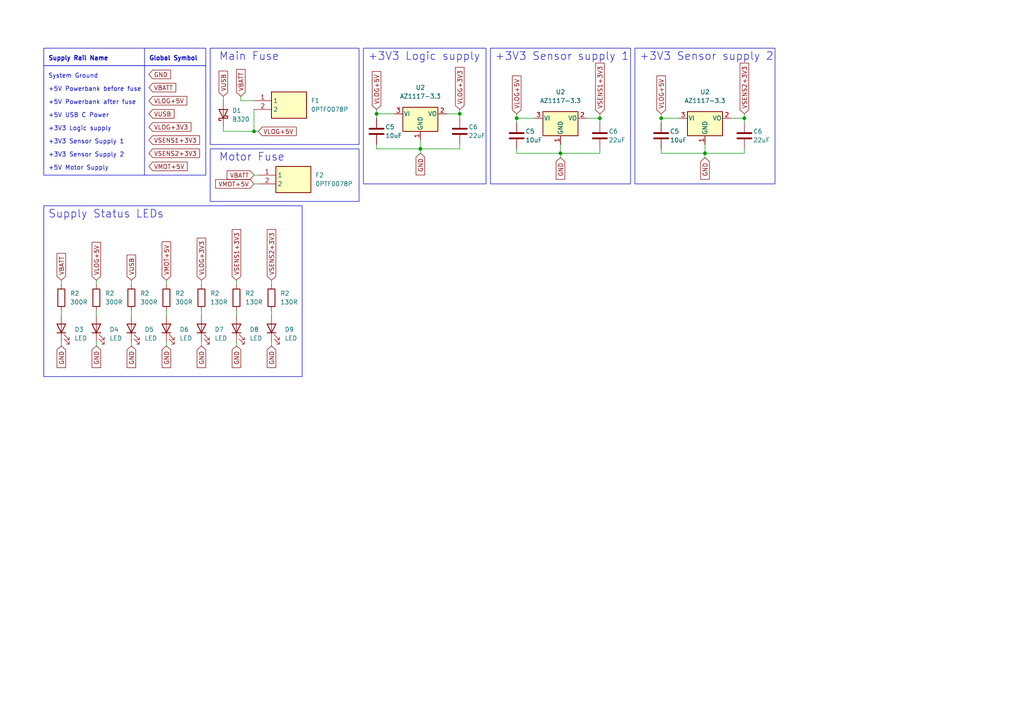
<source format=kicad_sch>
(kicad_sch (version 20230121) (generator eeschema)
  (paper "A4")
  (lib_symbols
    (symbol "0PTF0078P:0PTF0078P"
      (property "Reference" "U" (at 16.51 7.62 0))
      (property "Value" "0PTF0078P" (at 16.51 5.08 0))
      (symbol "0PTF0078P_1_1"
        (rectangle (start 5.08 2.54) (end 15.24 -5.08) (stroke (width 0.254)) (fill (type background)))
        (pin passive line (at 0 0 0) (length 5.08) (name "1") (number "1"))
        (pin passive line (at 0 -2.54 0) (length 5.08) (name "2") (number "2"))
      )
    )
    (symbol "Device:C" (pin_numbers hide) (pin_names (offset 0.254))
      (property "Reference" "C" (at 0.635 2.54 0))
      (property "Value" "C" (at 0.635 -2.54 0))
      (symbol "C_0_1"
        (polyline (pts (xy -2.032 -0.762) (xy 2.032 -0.762)) (stroke (width 0.508)))
        (polyline (pts (xy -2.032 0.762) (xy 2.032 0.762)) (stroke (width 0.508)))
      )
      (symbol "C_1_1"
        (pin passive line (at 0 3.81 270) (length 2.794) (name "~") (number "1"))
        (pin passive line (at 0 -3.81 90) (length 2.794) (name "~") (number "2"))
      )
    )
    (symbol "Device:LED" (pin_numbers hide) (pin_names (offset 1.016) hide)
      (property "Reference" "D" (at 0 2.54 0))
      (property "Value" "LED" (at 0 -2.54 0))
      (symbol "LED_0_1"
        (polyline (pts (xy -1.27 -1.27) (xy -1.27 1.27)) (stroke (width 0.254)))
        (polyline (pts (xy -1.27 0) (xy 1.27 0)))
        (polyline (pts (xy 1.27 -1.27) (xy 1.27 1.27) (xy -1.27 0) (xy 1.27 -1.27)) (stroke (width 0.254)))
        (polyline (pts (xy -3.048 -0.762) (xy -4.572 -2.286) (xy -3.81 -2.286) (xy -4.572 -2.286) (xy -4.572 -1.524)))
        (polyline (pts (xy -1.778 -0.762) (xy -3.302 -2.286) (xy -2.54 -2.286) (xy -3.302 -2.286) (xy -3.302 -1.524)))
      )
      (symbol "LED_1_1"
        (pin passive line (at -3.81 0 0) (length 2.54) (name "K") (number "1"))
        (pin passive line (at 3.81 0 180) (length 2.54) (name "A") (number "2"))
      )
    )
    (symbol "Device:R" (pin_numbers hide) (pin_names (offset 0))
      (property "Reference" "R" (at 2.032 0 90))
      (property "Value" "R" (at 0 0 90))
      (symbol "R_0_1"
        (rectangle (start -1.016 -2.54) (end 1.016 2.54) (stroke (width 0.254)))
      )
      (symbol "R_1_1"
        (pin passive line (at 0 3.81 270) (length 1.27) (name "~") (number "1"))
        (pin passive line (at 0 -3.81 90) (length 1.27) (name "~") (number "2"))
      )
    )
    (symbol "Diode:B320" (pin_numbers hide) (pin_names (offset 1.016) hide)
      (property "Reference" "D" (at 0 2.54 0))
      (property "Value" "B320" (at 0 -2.54 0))
      (symbol "B320_0_1"
        (polyline (pts (xy 1.27 0) (xy -1.27 0)))
        (polyline (pts (xy 1.27 1.27) (xy 1.27 -1.27) (xy -1.27 0) (xy 1.27 1.27)) (stroke (width 0.254)))
        (polyline (pts (xy -1.905 0.635) (xy -1.905 1.27) (xy -1.27 1.27) (xy -1.27 -1.27) (xy -0.635 -1.27) (xy -0.635 -0.635)) (stroke (width 0.254)))
      )
      (symbol "B320_1_1"
        (pin passive line (at -3.81 0 0) (length 2.54) (name "K") (number "1"))
        (pin passive line (at 3.81 0 180) (length 2.54) (name "A") (number "2"))
      )
    )
    (symbol "Regulator_Linear:AZ1117-3.3" (pin_names (offset 0.254))
      (property "Reference" "U" (at -3.81 3.175 0))
      (property "Value" "AZ1117-3.3" (at 0 3.175 0))
      (symbol "AZ1117-3.3_0_1"
        (rectangle (start -5.08 1.905) (end 5.08 -5.08) (stroke (width 0.254)) (fill (type background)))
      )
      (symbol "AZ1117-3.3_1_1"
        (pin power_in line (at 0 -7.62 90) (length 2.54) (name "GND") (number "1"))
        (pin power_out line (at 7.62 0 180) (length 2.54) (name "VO") (number "2"))
        (pin power_in line (at -7.62 0 0) (length 2.54) (name "VI") (number "3"))
      )
    )
  )
  (junction (at 109.22 33.02))
  (junction (at 204.47 44.45))
  (junction (at 149.86 34.29))
  (junction (at 173.99 34.29))
  (junction (at 73.66 38.1))
  (junction (at 162.56 44.45))
  (junction (at 121.92 43.18))
  (junction (at 133.35 33.02))
  (junction (at 215.9 34.29))
  (junction (at 191.77 34.29))
  (wire (pts (xy 78.74 90.17) (xy 78.74 91.44)))
  (wire (pts (xy 48.26 99.06) (xy 48.26 100.33)))
  (wire (pts (xy 73.66 50.8) (xy 74.93 50.8)))
  (wire (pts (xy 17.78 81.28) (xy 17.78 82.55)))
  (wire (pts (xy 78.74 81.28) (xy 78.74 82.55)))
  (wire (pts (xy 121.92 40.64) (xy 121.92 43.18)))
  (wire (pts (xy 162.56 44.45) (xy 162.56 45.72)))
  (wire (pts (xy 173.99 44.45) (xy 162.56 44.45)))
  (wire (pts (xy 73.66 53.34) (xy 74.93 53.34)))
  (wire (pts (xy 133.35 43.18) (xy 121.92 43.18)))
  (wire (pts (xy 170.18 34.29) (xy 173.99 34.29)))
  (wire (pts (xy 64.77 38.1) (xy 73.66 38.1)))
  (wire (pts (xy 212.09 34.29) (xy 215.9 34.29)))
  (wire (pts (xy 27.94 99.06) (xy 27.94 100.33)))
  (wire (pts (xy 17.78 99.06) (xy 17.78 100.33)))
  (wire (pts (xy 64.77 36.83) (xy 64.77 38.1)))
  (wire (pts (xy 58.42 90.17) (xy 58.42 91.44)))
  (wire (pts (xy 215.9 34.29) (xy 215.9 33.02)))
  (wire (pts (xy 191.77 33.02) (xy 191.77 34.29)))
  (wire (pts (xy 69.85 29.21) (xy 73.66 29.21)))
  (wire (pts (xy 133.35 41.91) (xy 133.35 43.18)))
  (wire (pts (xy 191.77 34.29) (xy 196.85 34.29)))
  (wire (pts (xy 64.77 27.94) (xy 64.77 29.21)))
  (wire (pts (xy 58.42 81.28) (xy 58.42 82.55)))
  (wire (pts (xy 27.94 81.28) (xy 27.94 82.55)))
  (wire (pts (xy 73.66 38.1) (xy 74.93 38.1)))
  (wire (pts (xy 68.58 90.17) (xy 68.58 91.44)))
  (wire (pts (xy 133.35 33.02) (xy 133.35 34.29)))
  (wire (pts (xy 162.56 41.91) (xy 162.56 44.45)))
  (wire (pts (xy 48.26 90.17) (xy 48.26 91.44)))
  (wire (pts (xy 109.22 33.02) (xy 114.3 33.02)))
  (wire (pts (xy 73.66 38.1) (xy 73.66 31.75)))
  (wire (pts (xy 109.22 31.75) (xy 109.22 33.02)))
  (wire (pts (xy 58.42 99.06) (xy 58.42 100.33)))
  (wire (pts (xy 173.99 34.29) (xy 173.99 33.02)))
  (wire (pts (xy 173.99 43.18) (xy 173.99 44.45)))
  (wire (pts (xy 191.77 43.18) (xy 191.77 44.45)))
  (wire (pts (xy 48.26 81.28) (xy 48.26 82.55)))
  (wire (pts (xy 204.47 44.45) (xy 204.47 45.72)))
  (wire (pts (xy 149.86 44.45) (xy 162.56 44.45)))
  (wire (pts (xy 78.74 99.06) (xy 78.74 100.33)))
  (wire (pts (xy 68.58 81.28) (xy 68.58 82.55)))
  (wire (pts (xy 204.47 41.91) (xy 204.47 44.45)))
  (wire (pts (xy 69.85 27.94) (xy 69.85 29.21)))
  (wire (pts (xy 191.77 44.45) (xy 204.47 44.45)))
  (wire (pts (xy 109.22 33.02) (xy 109.22 34.29)))
  (wire (pts (xy 27.94 90.17) (xy 27.94 91.44)))
  (wire (pts (xy 173.99 34.29) (xy 173.99 35.56)))
  (wire (pts (xy 38.1 99.06) (xy 38.1 100.33)))
  (wire (pts (xy 149.86 33.02) (xy 149.86 34.29)))
  (wire (pts (xy 133.35 33.02) (xy 133.35 31.75)))
  (wire (pts (xy 149.86 34.29) (xy 149.86 35.56)))
  (wire (pts (xy 129.54 33.02) (xy 133.35 33.02)))
  (wire (pts (xy 191.77 34.29) (xy 191.77 35.56)))
  (wire (pts (xy 68.58 99.06) (xy 68.58 100.33)))
  (wire (pts (xy 38.1 90.17) (xy 38.1 91.44)))
  (wire (pts (xy 215.9 44.45) (xy 204.47 44.45)))
  (wire (pts (xy 109.22 41.91) (xy 109.22 43.18)))
  (wire (pts (xy 149.86 43.18) (xy 149.86 44.45)))
  (wire (pts (xy 121.92 43.18) (xy 121.92 44.45)))
  (wire (pts (xy 149.86 34.29) (xy 154.94 34.29)))
  (wire (pts (xy 215.9 34.29) (xy 215.9 35.56)))
  (wire (pts (xy 17.78 90.17) (xy 17.78 91.44)))
  (wire (pts (xy 215.9 43.18) (xy 215.9 44.45)))
  (wire (pts (xy 38.1 81.28) (xy 38.1 82.55)))
  (wire (pts (xy 109.22 43.18) (xy 121.92 43.18)))
  (rectangle (start 142.24 13.97) (end 182.88 53.34))
  (rectangle (start 12.7 13.97) (end 59.69 19.05))
  (rectangle (start 12.7 19.05) (end 59.69 50.8))
  (rectangle (start 41.91 13.97) (end 41.91 50.8))
  (rectangle (start 12.7 59.69) (end 87.63 109.22))
  (rectangle (start 60.96 13.97) (end 104.14 41.91))
  (rectangle (start 60.96 43.18) (end 104.14 58.42))
  (rectangle (start 105.41 13.97) (end 140.97 53.34))
  (rectangle (start 184.15 13.97) (end 224.79 53.34))
  (text "+5V Powerbank before fuse" (at 13.97 26.67 0) (effects (font (size 1.27 1.27)) (justify left bottom)))
  (text "Supply Rail Name" (at 13.97 17.78 0) (effects (font (size 1.27 1.27) (thickness 0.254) bold) (justify left bottom)))
  (text "+3V3 Logic supply" (at 13.97 38.1 0) (effects (font (size 1.27 1.27)) (justify left bottom)))
  (text "Main Fuse" (at 63.5 17.78 0) (effects (font (size 2.27 2.27)) (justify left bottom)))
  (text "Supply Status LEDs" (at 13.97 63.5 0) (effects (font (size 2.27 2.27)) (justify left bottom)))
  (text "+3V3 Logic supply" (at 106.68 17.78 0) (effects (font (size 2.27 2.27)) (justify left bottom)))
  (text "+5V Powerbank after fuse" (at 13.97 30.48 0) (effects (font (size 1.27 1.27)) (justify left bottom)))
  (text "+3V3 Sensor Supply 1" (at 13.97 41.91 0) (effects (font (size 1.27 1.27)) (justify left bottom)))
  (text "+5V Motor Supply" (at 13.97 49.53 0) (effects (font (size 1.27 1.27)) (justify left bottom)))
  (text "+3V3 Sensor supply 2" (at 185.42 17.78 0) (effects (font (size 2.27 2.27)) (justify left bottom)))
  (text "Motor Fuse" (at 63.5 46.99 0) (effects (font (size 2.27 2.27)) (justify left bottom)))
  (text "System Ground" (at 13.97 22.86 0) (effects (font (size 1.27 1.27)) (justify left bottom)))
  (text "Global Symbol" (at 43.18 17.78 0) (effects (font (size 1.27 1.27) (thickness 0.254) bold) (justify left bottom)))
  (text "+3V3 Sensor supply 1" (at 143.51 17.78 0) (effects (font (size 2.27 2.27)) (justify left bottom)))
  (text "+5V USB C Power" (at 13.97 34.29 0) (effects (font (size 1.27 1.27)) (justify left bottom)))
  (text "+3V3 Sensor Supply 2" (at 13.97 45.72 0) (effects (font (size 1.27 1.27)) (justify left bottom)))
  (global_label "VSENS2+3V3" (shape input) (at 215.9 33.02 90) (property "Intersheetrefs" "${INTERSHEET_REFS}" (effects hide)))
  (global_label "VSENS2+3V3" (shape input) (at 43.18 44.45 0) (property "Intersheetrefs" "${INTERSHEET_REFS}" (effects hide)))
  (global_label "GND" (shape input) (at 162.56 45.72 270) (property "Intersheetrefs" "${INTERSHEET_REFS}" (effects hide)))
  (global_label "VLOG+5V" (shape input) (at 109.22 31.75 90) (property "Intersheetrefs" "${INTERSHEET_REFS}" (effects hide)))
  (global_label "VLOG+5V" (shape input) (at 27.94 81.28 90) (property "Intersheetrefs" "${INTERSHEET_REFS}" (effects hide)))
  (global_label "GND" (shape input) (at 43.18 21.59 0) (property "Intersheetrefs" "${INTERSHEET_REFS}" (effects hide)))
  (global_label "GND" (shape input) (at 27.94 100.33 270) (property "Intersheetrefs" "${INTERSHEET_REFS}" (effects hide)))
  (global_label "VMOT+5V" (shape input) (at 73.66 53.34 180) (property "Intersheetrefs" "${INTERSHEET_REFS}" (effects hide)))
  (global_label "GND" (shape input) (at 78.74 100.33 270) (property "Intersheetrefs" "${INTERSHEET_REFS}" (effects hide)))
  (global_label "VSENS1+3V3" (shape input) (at 68.58 81.28 90) (property "Intersheetrefs" "${INTERSHEET_REFS}" (effects hide)))
  (global_label "GND" (shape input) (at 58.42 100.33 270) (property "Intersheetrefs" "${INTERSHEET_REFS}" (effects hide)))
  (global_label "VLOG+5V" (shape input) (at 74.93 38.1 0) (property "Intersheetrefs" "${INTERSHEET_REFS}" (effects hide)))
  (global_label "VBATT" (shape input) (at 73.66 50.8 180) (property "Intersheetrefs" "${INTERSHEET_REFS}" (effects hide)))
  (global_label "VBATT" (shape input) (at 17.78 81.28 90) (property "Intersheetrefs" "${INTERSHEET_REFS}" (effects hide)))
  (global_label "VLOG+3V3" (shape input) (at 43.18 36.83 0) (property "Intersheetrefs" "${INTERSHEET_REFS}" (effects hide)))
  (global_label "VLOG+5V" (shape input) (at 149.86 33.02 90) (property "Intersheetrefs" "${INTERSHEET_REFS}" (effects hide)))
  (global_label "VUSB" (shape input) (at 43.18 33.02 0) (property "Intersheetrefs" "${INTERSHEET_REFS}" (effects hide)))
  (global_label "VLOG+5V" (shape input) (at 191.77 33.02 90) (property "Intersheetrefs" "${INTERSHEET_REFS}" (effects hide)))
  (global_label "VMOT+5V" (shape input) (at 48.26 81.28 90) (property "Intersheetrefs" "${INTERSHEET_REFS}" (effects hide)))
  (global_label "VMOT+5V" (shape input) (at 43.18 48.26 0) (property "Intersheetrefs" "${INTERSHEET_REFS}" (effects hide)))
  (global_label "GND" (shape input) (at 48.26 100.33 270) (property "Intersheetrefs" "${INTERSHEET_REFS}" (effects hide)))
  (global_label "VSENS1+3V3" (shape input) (at 173.99 33.02 90) (property "Intersheetrefs" "${INTERSHEET_REFS}" (effects hide)))
  (global_label "GND" (shape input) (at 121.92 44.45 270) (property "Intersheetrefs" "${INTERSHEET_REFS}" (effects hide)))
  (global_label "VBATT" (shape input) (at 69.85 27.94 90) (property "Intersheetrefs" "${INTERSHEET_REFS}" (effects hide)))
  (global_label "GND" (shape input) (at 17.78 100.33 270) (property "Intersheetrefs" "${INTERSHEET_REFS}" (effects hide)))
  (global_label "GND" (shape input) (at 38.1 100.33 270) (property "Intersheetrefs" "${INTERSHEET_REFS}" (effects hide)))
  (global_label "GND" (shape input) (at 68.58 100.33 270) (property "Intersheetrefs" "${INTERSHEET_REFS}" (effects hide)))
  (global_label "VSENS2+3V3" (shape input) (at 78.74 81.28 90) (property "Intersheetrefs" "${INTERSHEET_REFS}" (effects hide)))
  (global_label "VSENS1+3V3" (shape input) (at 43.18 40.64 0) (property "Intersheetrefs" "${INTERSHEET_REFS}" (effects hide)))
  (global_label "VLOG+3V3" (shape input) (at 133.35 31.75 90) (property "Intersheetrefs" "${INTERSHEET_REFS}" (effects hide)))
  (global_label "VUSB" (shape input) (at 64.77 27.94 90) (property "Intersheetrefs" "${INTERSHEET_REFS}" (effects hide)))
  (global_label "VUSB" (shape input) (at 38.1 81.28 90) (property "Intersheetrefs" "${INTERSHEET_REFS}" (effects hide)))
  (global_label "VLOG+5V" (shape input) (at 43.18 29.21 0) (property "Intersheetrefs" "${INTERSHEET_REFS}" (effects hide)))
  (global_label "VBATT" (shape input) (at 43.18 25.4 0) (property "Intersheetrefs" "${INTERSHEET_REFS}" (effects hide)))
  (global_label "VLOG+3V3" (shape input) (at 58.42 81.28 90) (property "Intersheetrefs" "${INTERSHEET_REFS}" (effects hide)))
  (global_label "GND" (shape input) (at 204.47 45.72 270) (property "Intersheetrefs" "${INTERSHEET_REFS}" (effects hide)))
  (symbol (lib_id "Device:R") (at 58.42 86.36 0) (unit 1)
    (property "Reference" "R2" (at 60.96 85.09 0) (effects (justify left)))
    (property "Value" "130R" (at 60.96 87.63 0) (effects (justify left)))
    (property "Footprint" "Resistor_SMD:R_0603_1608Metric" (effects hide))
    (property "Manufacturer_Name" "Vishay / Dale" (effects hide))
    (property "Manufacturer_Part_Number" "CRCW0603130RFKEA" (effects hide))
    (property "Mouser Part Number" "71-CRCW0603-130-E3" (effects hide))
    (property "Mouser Price/Stock" "https://www.mouser.de/ProductDetail/71-CRCW0603-130-E3" (effects hide))
    (property "Placed" "True" (effects hide))
    (instances (project "ModuleController" (path "" (reference "R2") (unit 1))) (project "Edurob" (path "" (reference "R30") (unit 1))))
  )
  (symbol (lib_id "Device:LED") (at 38.1 95.25 90) (unit 1)
    (property "Reference" "D5" (at 41.91 95.5675 90) (effects (justify right)))
    (property "Value" "LED" (at 41.91 98.1075 90) (effects (justify right)))
    (property "Footprint" "LED_SMD:LED_0603_1608Metric" (effects hide))
    (property "Color" "Orange" (effects hide))
    (property "V_f" "2V" (effects hide))
    (property "Manufacturer_Name" "ams OSRAM" (effects hide))
    (property "Manufacturer_Part_Number" "LO Q976.01-P2R2-25-1" (effects hide))
    (property "Mouser Part Number" "720-LOQ976.01P2R2251" (effects hide))
    (property "Mouser Price/Stock" "https://www.mouser.de/ProductDetail/720-LOQ976.01P2R2251" (effects hide))
    (property "Placed" "True" (effects hide))
  )
  (symbol (lib_id "Device:LED") (at 68.58 95.25 90) (unit 1)
    (property "Reference" "D8" (at 72.39 95.5675 90) (effects (justify right)))
    (property "Value" "LED" (at 72.39 98.1075 90) (effects (justify right)))
    (property "Footprint" "LED_SMD:LED_0603_1608Metric" (effects hide))
    (property "Color" "Orange" (effects hide))
    (property "V_f" "2V" (effects hide))
    (property "Manufacturer_Name" "ams OSRAM" (effects hide))
    (property "Manufacturer_Part_Number" "LO Q976.01-P2R2-25-1" (effects hide))
    (property "Mouser Part Number" "720-LOQ976.01P2R2251" (effects hide))
    (property "Mouser Price/Stock" "https://www.mouser.de/ProductDetail/720-LOQ976.01P2R2251" (effects hide))
    (property "Placed" "True" (effects hide))
  )
  (symbol (lib_id "Regulator_Linear:AZ1117-3.3") (at 162.56 34.29 0) (unit 1)
    (property "Reference" "U2" (at 162.56 26.67 0))
    (property "Value" "AZ1117-3.3" (at 162.56 29.21 0))
    (property "Footprint" "Package_TO_SOT_SMD:SOT-223-3_TabPin2" (effects hide))
    (property "Datasheet" "https://www.diodes.com/assets/Datasheets/AZ1117.pdf" (effects hide))
    (property "Manufacturer_Name" "Diodes Incorporated" (effects hide))
    (property "Manufacturer_Part_Number" "AZ1117CH-3.3TRG1" (effects hide))
    (property "Mouser Part Number" "621-AZ1117CH-3.3TRG1" (effects hide))
    (property "Mouser Price/Stock" "https://www.mouser.de/ProductDetail/621-AZ1117CH-3.3TRG1" (effects hide))
    (property "Placed" "True" (effects hide))
  )
  (symbol (lib_id "Regulator_Linear:AZ1117-3.3") (at 204.47 34.29 0) (unit 1)
    (property "Reference" "U2" (at 204.47 26.67 0))
    (property "Value" "AZ1117-3.3" (at 204.47 29.21 0))
    (property "Footprint" "Package_TO_SOT_SMD:SOT-223-3_TabPin2" (effects hide))
    (property "Datasheet" "https://www.diodes.com/assets/Datasheets/AZ1117.pdf" (effects hide))
    (property "Manufacturer_Name" "Diodes Incorporated" (effects hide))
    (property "Manufacturer_Part_Number" "AZ1117CH-3.3TRG1" (effects hide))
    (property "Mouser Part Number" "621-AZ1117CH-3.3TRG1" (effects hide))
    (property "Mouser Price/Stock" "https://www.mouser.de/ProductDetail/621-AZ1117CH-3.3TRG1" (effects hide))
    (property "Placed" "True" (effects hide))
    (instances (project "ModuleController" (path "" (reference "U2") (unit 1))) (project "Edurob" (path "" (reference "U3") (unit 1))))
  )
  (symbol (lib_id "0PTF0078P:0PTF0078P") (at 74.93 50.8 0) (unit 1)
    (property "Reference" "F2" (at 91.44 50.8 0) (effects (justify left)))
    (property "Value" "0PTF0078P" (at 91.44 53.34 0) (effects (justify left)))
    (property "Footprint" "Footprints:0PTF0078P" (effects hide))
    (property "Datasheet" "https://media.digikey.com/pdf/Data%20Sheets/Littelfuse%20PDFs/PTF075_77_78.pdf" (effects hide))
    (property "Manufacturer_Name" "LITTELFUSE" (effects hide))
    (property "Manufacturer_Part_Number" "0PTF0078P" (effects hide))
    (property "Mouser Part Number" "576-0PTF0078P" (effects hide))
    (property "Mouser Price/Stock" "https://www.mouser.de/ProductDetail/576-0PTF0078P" (effects hide))
    (property "Placed" "False" (effects hide))
  )
  (symbol (lib_id "Device:LED") (at 58.42 95.25 90) (unit 1)
    (property "Reference" "D7" (at 62.23 95.5675 90) (effects (justify right)))
    (property "Value" "LED" (at 62.23 98.1075 90) (effects (justify right)))
    (property "Footprint" "LED_SMD:LED_0603_1608Metric" (effects hide))
    (property "Color" "Orange" (effects hide))
    (property "V_f" "2V" (effects hide))
    (property "Manufacturer_Name" "ams OSRAM" (effects hide))
    (property "Manufacturer_Part_Number" "LO Q976.01-P2R2-25-1" (effects hide))
    (property "Mouser Part Number" "720-LOQ976.01P2R2251" (effects hide))
    (property "Mouser Price/Stock" "https://www.mouser.de/ProductDetail/720-LOQ976.01P2R2251" (effects hide))
    (property "Placed" "True" (effects hide))
  )
  (symbol (lib_id "Device:C") (at 109.22 38.1 0) (unit 1)
    (property "Reference" "C5" (at 111.76 36.83 0) (effects (justify left)))
    (property "Value" "10uF" (at 111.76 39.37 0) (effects (justify left)))
    (property "Footprint" "Capacitor_SMD:C_0603_1608Metric" (effects hide))
    (property "Manufacturer_Name" "Murata Electronics" (effects hide))
    (property "Manufacturer_Part_Number" "GRM188R61E106KA73D" (effects hide))
    (property "Mouser Part Number" "81-GRM188R61E106KA3D" (effects hide))
    (property "Mouser Price/Stock" "https://www.mouser.de/ProductDetail/81-GRM188R61E106KA3D" (effects hide))
    (property "Placed" "True" (effects hide))
    (instances (project "ModuleController" (path "" (reference "C5") (unit 1))) (project "Edurob" (path "" (reference "C3") (unit 1))))
  )
  (symbol (lib_id "Device:C") (at 149.86 39.37 0) (unit 1)
    (property "Reference" "C5" (at 152.4 38.1 0) (effects (justify left)))
    (property "Value" "10uF" (at 152.4 40.64 0) (effects (justify left)))
    (property "Footprint" "Capacitor_SMD:C_0603_1608Metric" (effects hide))
    (property "Manufacturer_Name" "Murata Electronics" (effects hide))
    (property "Manufacturer_Part_Number" "GRM188R61E106KA73D" (effects hide))
    (property "Mouser Part Number" "81-GRM188R61E106KA3D" (effects hide))
    (property "Mouser Price/Stock" "https://www.mouser.de/ProductDetail/81-GRM188R61E106KA3D" (effects hide))
    (property "Placed" "True" (effects hide))
    (instances (project "ModuleController" (path "" (reference "C5") (unit 1))) (project "Edurob" (path "" (reference "C1") (unit 1))))
  )
  (symbol (lib_id "Device:LED") (at 27.94 95.25 90) (unit 1)
    (property "Reference" "D4" (at 31.75 95.5675 90) (effects (justify right)))
    (property "Value" "LED" (at 31.75 98.1075 90) (effects (justify right)))
    (property "Footprint" "LED_SMD:LED_0603_1608Metric" (effects hide))
    (property "Color" "Orange" (effects hide))
    (property "V_f" "2V" (effects hide))
    (property "Manufacturer_Name" "ams OSRAM" (effects hide))
    (property "Manufacturer_Part_Number" "LO Q976.01-P2R2-25-1" (effects hide))
    (property "Mouser Part Number" "720-LOQ976.01P2R2251" (effects hide))
    (property "Mouser Price/Stock" "https://www.mouser.de/ProductDetail/720-LOQ976.01P2R2251" (effects hide))
    (property "Placed" "True" (effects hide))
  )
  (symbol (lib_id "Device:C") (at 215.9 39.37 0) (unit 1)
    (property "Reference" "C6" (at 218.44 38.1 0) (effects (justify left)))
    (property "Value" "22uF" (at 218.44 40.64 0) (effects (justify left)))
    (property "Footprint" "Capacitor_SMD:C_0603_1608Metric" (effects hide))
    (property "Manufacturer_Part_Number" "ZRB18AR61A226ME01L" (effects hide))
    (property "Mouser Part Number" "81-ZRB18AR61A226ME1L" (effects hide))
    (property "Mouser Price/Stock" "https://www.mouser.de/ProductDetail/Murata-Electronics/ZRB18AR61A226ME01L?qs=5aG0NVq1C4zcCU98as8CPQ%3D%3D" (effects hide))
    (property "Manufacturer_Name" "Murata Electronics" (effects hide))
    (property "Placed" "True" (effects hide))
    (instances (project "ModuleController" (path "" (reference "C6") (unit 1))) (project "Edurob" (path "" (reference "C7") (unit 1))))
  )
  (symbol (lib_id "Device:R") (at 48.26 86.36 0) (unit 1)
    (property "Reference" "R2" (at 50.8 85.09 0) (effects (justify left)))
    (property "Value" "300R" (at 50.8 87.63 0) (effects (justify left)))
    (property "Footprint" "Resistor_SMD:R_0603_1608Metric" (effects hide))
    (property "Manufacturer_Name" "Vishay / Dale" (effects hide))
    (property "Manufacturer_Part_Number" "CRCW0603300RFKEA" (effects hide))
    (property "Mouser Part Number" "71-CRCW0603-300-E3" (effects hide))
    (property "Mouser Price/Stock" "https://www.mouser.de/ProductDetail/71-CRCW0603-300-E3" (effects hide))
    (property "Placed" "True" (effects hide))
    (instances (project "ModuleController" (path "" (reference "R2") (unit 1))) (project "Edurob" (path "" (reference "R29") (unit 1))))
  )
  (symbol (lib_id "Device:C") (at 173.99 39.37 0) (unit 1)
    (property "Reference" "C6" (at 176.53 38.1 0) (effects (justify left)))
    (property "Value" "22uF" (at 176.53 40.64 0) (effects (justify left)))
    (property "Footprint" "Capacitor_SMD:C_0603_1608Metric" (effects hide))
    (property "Manufacturer_Part_Number" "ZRB18AR61A226ME01L" (effects hide))
    (property "Mouser Part Number" "81-ZRB18AR61A226ME1L" (effects hide))
    (property "Mouser Price/Stock" "https://www.mouser.de/ProductDetail/Murata-Electronics/ZRB18AR61A226ME01L?qs=5aG0NVq1C4zcCU98as8CPQ%3D%3D" (effects hide))
    (property "Manufacturer_Name" "Murata Electronics" (effects hide))
    (property "Placed" "True" (effects hide))
    (instances (project "ModuleController" (path "" (reference "C6") (unit 1))) (project "Edurob" (path "" (reference "C5") (unit 1))))
  )
  (symbol (lib_id "Device:R") (at 68.58 86.36 0) (unit 1)
    (property "Reference" "R2" (at 71.12 85.09 0) (effects (justify left)))
    (property "Value" "130R" (at 71.12 87.63 0) (effects (justify left)))
    (property "Footprint" "Resistor_SMD:R_0603_1608Metric" (effects hide))
    (property "Manufacturer_Name" "Vishay / Dale" (effects hide))
    (property "Manufacturer_Part_Number" "CRCW0603130RFKEA" (effects hide))
    (property "Mouser Part Number" "71-CRCW0603-130-E3" (effects hide))
    (property "Mouser Price/Stock" "https://www.mouser.de/ProductDetail/71-CRCW0603-130-E3" (effects hide))
    (property "Placed" "True" (effects hide))
    (instances (project "ModuleController" (path "" (reference "R2") (unit 1))) (project "Edurob" (path "" (reference "R31") (unit 1))))
  )
  (symbol (lib_id "Device:R") (at 17.78 86.36 0) (unit 1)
    (property "Reference" "R2" (at 20.32 85.09 0) (effects (justify left)))
    (property "Value" "300R" (at 20.32 87.63 0) (effects (justify left)))
    (property "Footprint" "Resistor_SMD:R_0603_1608Metric" (effects hide))
    (property "Manufacturer_Name" "Vishay / Dale" (effects hide))
    (property "Manufacturer_Part_Number" "CRCW0603300RFKEA" (effects hide))
    (property "Mouser Part Number" "71-CRCW0603-300-E3" (effects hide))
    (property "Mouser Price/Stock" "https://www.mouser.de/ProductDetail/71-CRCW0603-300-E3" (effects hide))
    (property "Placed" "True" (effects hide))
    (instances (project "ModuleController" (path "" (reference "R2") (unit 1))) (project "Edurob" (path "" (reference "R26") (unit 1))))
  )
  (symbol (lib_id "Regulator_Linear:AZ1117-3.3") (at 121.92 33.02 0) (unit 1)
    (property "Reference" "U2" (at 121.92 25.4 0))
    (property "Value" "AZ1117-3.3" (at 121.92 27.94 0))
    (property "Footprint" "Package_TO_SOT_SMD:SOT-223-3_TabPin2" (effects hide))
    (property "Datasheet" "https://www.diodes.com/assets/Datasheets/AZ1117.pdf" (effects hide))
    (property "Manufacturer_Name" "Diodes Incorporated" (effects hide))
    (property "Manufacturer_Part_Number" "AZ1117CH-3.3TRG1" (effects hide))
    (property "Mouser Part Number" "621-AZ1117CH-3.3TRG1" (effects hide))
    (property "Mouser Price/Stock" "https://www.mouser.de/ProductDetail/621-AZ1117CH-3.3TRG1" (effects hide))
    (property "Placed" "True" (effects hide))
    (instances (project "ModuleController" (path "" (reference "U2") (unit 1))) (project "Edurob" (path "" (reference "U1") (unit 1))))
  )
  (symbol (lib_id "Device:R") (at 38.1 86.36 0) (unit 1)
    (property "Reference" "R2" (at 40.64 85.09 0) (effects (justify left)))
    (property "Value" "300R" (at 40.64 87.63 0) (effects (justify left)))
    (property "Footprint" "Resistor_SMD:R_0603_1608Metric" (effects hide))
    (property "Manufacturer_Name" "Vishay / Dale" (effects hide))
    (property "Manufacturer_Part_Number" "CRCW0603300RFKEA" (effects hide))
    (property "Mouser Part Number" "71-CRCW0603-300-E3" (effects hide))
    (property "Mouser Price/Stock" "https://www.mouser.de/ProductDetail/71-CRCW0603-300-E3" (effects hide))
    (property "Placed" "True" (effects hide))
    (instances (project "ModuleController" (path "" (reference "R2") (unit 1))) (project "Edurob" (path "" (reference "R28") (unit 1))))
  )
  (symbol (lib_id "Device:LED") (at 17.78 95.25 90) (unit 1)
    (property "Reference" "D3" (at 21.59 95.5675 90) (effects (justify right)))
    (property "Value" "LED" (at 21.59 98.1075 90) (effects (justify right)))
    (property "Footprint" "LED_SMD:LED_0603_1608Metric" (effects hide))
    (property "Color" "Orange" (effects hide))
    (property "V_f" "2V" (effects hide))
    (property "Manufacturer_Name" "ams OSRAM" (effects hide))
    (property "Manufacturer_Part_Number" "LO Q976.01-P2R2-25-1" (effects hide))
    (property "Mouser Part Number" "720-LOQ976.01P2R2251" (effects hide))
    (property "Mouser Price/Stock" "https://www.mouser.de/ProductDetail/720-LOQ976.01P2R2251" (effects hide))
    (property "Placed" "True" (effects hide))
  )
  (symbol (lib_id "Device:C") (at 133.35 38.1 0) (unit 1)
    (property "Reference" "C6" (at 135.89 36.83 0) (effects (justify left)))
    (property "Value" "22uF" (at 135.89 39.37 0) (effects (justify left)))
    (property "Footprint" "Capacitor_SMD:C_0603_1608Metric" (effects hide))
    (property "Manufacturer_Part_Number" "ZRB18AR61A226ME01L" (effects hide))
    (property "Mouser Part Number" "81-ZRB18AR61A226ME1L" (effects hide))
    (property "Mouser Price/Stock" "https://www.mouser.de/ProductDetail/Murata-Electronics/ZRB18AR61A226ME01L?qs=5aG0NVq1C4zcCU98as8CPQ%3D%3D" (effects hide))
    (property "Manufacturer_Name" "Murata Electronics" (effects hide))
    (property "Placed" "True" (effects hide))
    (instances (project "ModuleController" (path "" (reference "C6") (unit 1))) (project "Edurob" (path "" (reference "C4") (unit 1))))
  )
  (symbol (lib_id "Device:R") (at 78.74 86.36 0) (unit 1)
    (property "Reference" "R2" (at 81.28 85.09 0) (effects (justify left)))
    (property "Value" "130R" (at 81.28 87.63 0) (effects (justify left)))
    (property "Footprint" "Resistor_SMD:R_0603_1608Metric" (effects hide))
    (property "Manufacturer_Name" "Vishay / Dale" (effects hide))
    (property "Manufacturer_Part_Number" "CRCW0603130RFKEA" (effects hide))
    (property "Mouser Part Number" "71-CRCW0603-130-E3" (effects hide))
    (property "Mouser Price/Stock" "https://www.mouser.de/ProductDetail/71-CRCW0603-130-E3" (effects hide))
    (property "Placed" "True" (effects hide))
    (instances (project "ModuleController" (path "" (reference "R2") (unit 1))) (project "Edurob" (path "" (reference "R32") (unit 1))))
  )
  (symbol (lib_id "Diode:B320") (at 64.77 33.02 90) (unit 1)
    (property "Reference" "D1" (at 67.31 32.0675 90) (effects (justify right)))
    (property "Value" "B320" (at 67.31 34.6075 90) (effects (justify right)))
    (property "Footprint" "Diode_SMD:D_SMC" (effects hide))
    (property "Datasheet" "http://www.jameco.com/Jameco/Products/ProdDS/1538777.pdf" (effects hide))
    (property "Manufacturer_Name" "Diodes Incorporated" (effects hide))
    (property "Manufacturer_Part_Number" "B340-13-F" (effects hide))
    (property "Mouser Part Number" "621-B340-F" (effects hide))
    (property "Mouser Price/Stock" "https://www.mouser.de/ProductDetail/621-B340-F" (effects hide))
    (property "Placed" "True" (effects hide))
  )
  (symbol (lib_id "Device:R") (at 27.94 86.36 0) (unit 1)
    (property "Reference" "R2" (at 30.48 85.09 0) (effects (justify left)))
    (property "Value" "300R" (at 30.48 87.63 0) (effects (justify left)))
    (property "Footprint" "Resistor_SMD:R_0603_1608Metric" (effects hide))
    (property "Manufacturer_Name" "Vishay / Dale" (effects hide))
    (property "Manufacturer_Part_Number" "CRCW0603300RFKEA" (effects hide))
    (property "Mouser Part Number" "71-CRCW0603-300-E3" (effects hide))
    (property "Mouser Price/Stock" "https://www.mouser.de/ProductDetail/71-CRCW0603-300-E3" (effects hide))
    (property "Placed" "True" (effects hide))
    (instances (project "ModuleController" (path "" (reference "R2") (unit 1))) (project "Edurob" (path "" (reference "R27") (unit 1))))
  )
  (symbol (lib_id "Device:LED") (at 78.74 95.25 90) (unit 1)
    (property "Reference" "D9" (at 82.55 95.5675 90) (effects (justify right)))
    (property "Value" "LED" (at 82.55 98.1075 90) (effects (justify right)))
    (property "Footprint" "LED_SMD:LED_0603_1608Metric" (effects hide))
    (property "Color" "Orange" (effects hide))
    (property "V_f" "2V" (effects hide))
    (property "Manufacturer_Name" "ams OSRAM" (effects hide))
    (property "Manufacturer_Part_Number" "LO Q976.01-P2R2-25-1" (effects hide))
    (property "Mouser Part Number" "720-LOQ976.01P2R2251" (effects hide))
    (property "Mouser Price/Stock" "https://www.mouser.de/ProductDetail/720-LOQ976.01P2R2251" (effects hide))
    (property "Placed" "True" (effects hide))
  )
  (symbol (lib_id "Device:LED") (at 48.26 95.25 90) (unit 1)
    (property "Reference" "D6" (at 52.07 95.5675 90) (effects (justify right)))
    (property "Value" "LED" (at 52.07 98.1075 90) (effects (justify right)))
    (property "Footprint" "LED_SMD:LED_0603_1608Metric" (effects hide))
    (property "Color" "Orange" (effects hide))
    (property "V_f" "2V" (effects hide))
    (property "Manufacturer_Name" "ams OSRAM" (effects hide))
    (property "Manufacturer_Part_Number" "LO Q976.01-P2R2-25-1" (effects hide))
    (property "Mouser Part Number" "720-LOQ976.01P2R2251" (effects hide))
    (property "Mouser Price/Stock" "https://www.mouser.de/ProductDetail/720-LOQ976.01P2R2251" (effects hide))
    (property "Placed" "True" (effects hide))
  )
  (symbol (lib_id "0PTF0078P:0PTF0078P") (at 73.66 29.21 0) (unit 1)
    (property "Reference" "F1" (at 90.17 29.21 0) (effects (justify left)))
    (property "Value" "0PTF0078P" (at 90.17 31.75 0) (effects (justify left)))
    (property "Footprint" "Footprints:0PTF0078P" (effects hide))
    (property "Datasheet" "https://media.digikey.com/pdf/Data%20Sheets/Littelfuse%20PDFs/PTF075_77_78.pdf" (effects hide))
    (property "Manufacturer_Name" "LITTELFUSE" (effects hide))
    (property "Manufacturer_Part_Number" "0PTF0078P" (effects hide))
    (property "Mouser Part Number" "576-0PTF0078P" (effects hide))
    (property "Mouser Price/Stock" "https://www.mouser.de/ProductDetail/576-0PTF0078P" (effects hide))
    (property "Placed" "False" (effects hide))
  )
  (symbol (lib_id "Device:C") (at 191.77 39.37 0) (unit 1)
    (property "Reference" "C5" (at 194.31 38.1 0) (effects (justify left)))
    (property "Value" "10uF" (at 194.31 40.64 0) (effects (justify left)))
    (property "Footprint" "Capacitor_SMD:C_0603_1608Metric" (effects hide))
    (property "Manufacturer_Name" "Murata Electronics" (effects hide))
    (property "Manufacturer_Part_Number" "GRM188R61E106KA73D" (effects hide))
    (property "Mouser Part Number" "81-GRM188R61E106KA3D" (effects hide))
    (property "Mouser Price/Stock" "https://www.mouser.de/ProductDetail/81-GRM188R61E106KA3D" (effects hide))
    (property "Placed" "True" (effects hide))
    (instances (project "ModuleController" (path "" (reference "C5") (unit 1))) (project "Edurob" (path "" (reference "C6") (unit 1))))
  )
)
</source>
